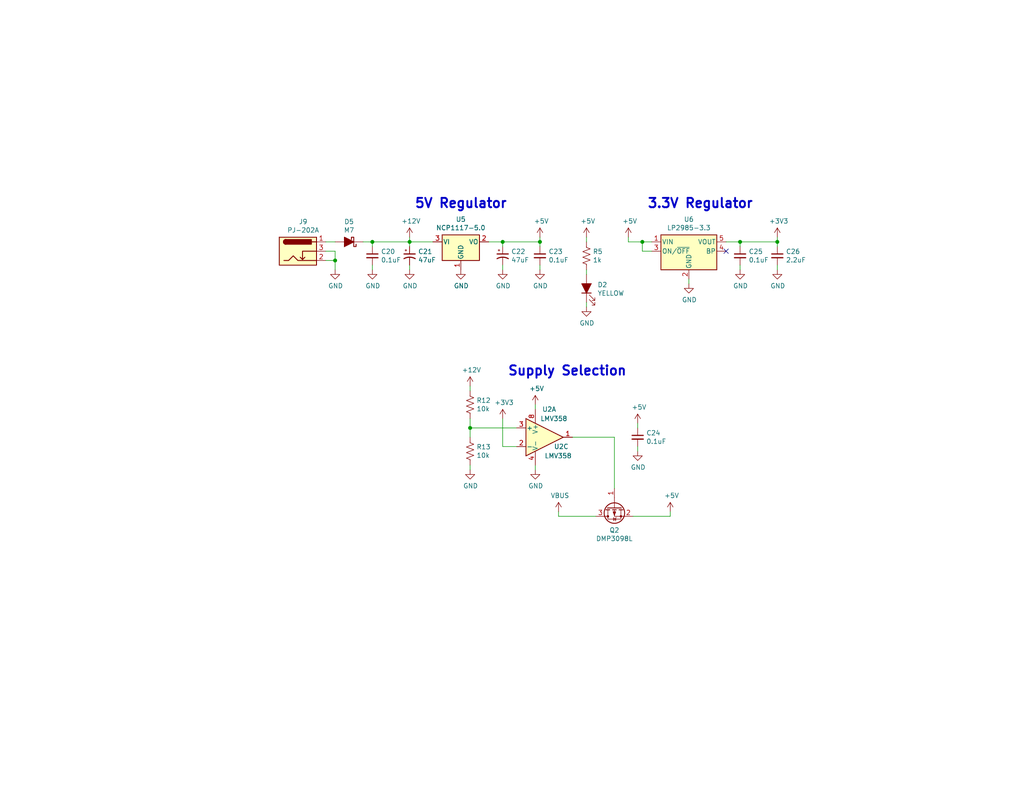
<source format=kicad_sch>
(kicad_sch (version 20210406) (generator eeschema)
  (paper "A")
  (title_block (date "2020-07-24") (rev "1.0.0") (company "FortyTwo Labs"))
  (lib_symbols
    (symbol "Amplifier_Operational:LMV358" (pin_names (offset 0.127))
      (property "Reference" "U" (at 0 5.08 0))
      (property "Value" "LMV358" (at 0 -5.08 0))
      (symbol "LMV358_1_1"
        (polyline (pts (xy -5.08 5.08) (xy 5.08 0) (xy -5.08 -5.08) (xy -5.08 5.08)) (stroke (width 0.254)) (fill (type background)))
        (pin output line (at 7.62 0 180) (length 2.54) (name "~") (number "1"))
        (pin input line (at -7.62 -2.54 0) (length 2.54) (name "-") (number "2"))
        (pin input line (at -7.62 2.54 0) (length 2.54) (name "+") (number "3"))
      )
      (symbol "LMV358_2_1"
        (polyline (pts (xy -5.08 5.08) (xy 5.08 0) (xy -5.08 -5.08) (xy -5.08 5.08)) (stroke (width 0.254)) (fill (type background)))
        (pin input line (at -7.62 2.54 0) (length 2.54) (name "+") (number "5"))
        (pin input line (at -7.62 -2.54 0) (length 2.54) (name "-") (number "6"))
        (pin output line (at 7.62 0 180) (length 2.54) (name "~") (number "7"))
      )
      (symbol "LMV358_3_1"
        (pin power_in line (at -2.54 -7.62 90) (length 3.81) (name "V-") (number "4"))
        (pin power_in line (at -2.54 7.62 270) (length 3.81) (name "V+") (number "8"))
      )
    )
    (symbol "Connector:Barrel_Jack_Switch" (pin_names hide)
      (property "Reference" "J" (at 0 5.334 0))
      (property "Value" "Barrel_Jack_Switch" (at 0 -5.08 0))
      (symbol "Barrel_Jack_Switch_0_1"
        (arc (start -3.302 3.175) (end -3.302 1.905) (radius (at -3.302 2.54) (length 0.635) (angles 90.1 -90.1)) (stroke (width 0.254)))
        (arc (start -3.302 3.175) (end -3.302 1.905) (radius (at -3.302 2.54) (length 0.635) (angles 90.1 -90.1)) (stroke (width 0.254)) (fill (type outline)))
        (rectangle (start 3.683 3.175) (end -3.302 1.905) (stroke (width 0.254)) (fill (type outline)))
        (rectangle (start -5.08 3.81) (end 5.08 -3.81) (stroke (width 0.254)) (fill (type background)))
        (polyline (pts (xy 1.27 -2.286) (xy 1.905 -1.651)) (stroke (width 0.254)))
        (polyline (pts (xy 5.08 2.54) (xy 3.81 2.54)) (stroke (width 0.254)))
        (polyline (pts (xy 5.08 0) (xy 1.27 0) (xy 1.27 -2.286) (xy 0.635 -1.651)) (stroke (width 0.254)))
        (polyline (pts (xy -3.81 -2.54) (xy -2.54 -2.54) (xy -1.27 -1.27) (xy 0 -2.54) (xy 2.54 -2.54) (xy 5.08 -2.54)) (stroke (width 0.254)))
      )
      (symbol "Barrel_Jack_Switch_1_1"
        (pin passive line (at 7.62 2.54 180) (length 2.54) (name "~") (number "1"))
        (pin passive line (at 7.62 -2.54 180) (length 2.54) (name "~") (number "2"))
        (pin passive line (at 7.62 0 180) (length 2.54) (name "~") (number "3"))
      )
    )
    (symbol "Device:C_Small" (pin_numbers hide) (pin_names (offset 0.254) hide)
      (property "Reference" "C" (at 0.254 1.778 0))
      (property "Value" "C_Small" (at 0.254 -2.032 0))
      (symbol "C_Small_0_1"
        (polyline (pts (xy -1.524 -0.508) (xy 1.524 -0.508)) (stroke (width 0.3302)))
        (polyline (pts (xy -1.524 0.508) (xy 1.524 0.508)) (stroke (width 0.3048)))
      )
      (symbol "C_Small_1_1"
        (pin passive line (at 0 2.54 270) (length 2.032) (name "~") (number "1"))
        (pin passive line (at 0 -2.54 90) (length 2.032) (name "~") (number "2"))
      )
    )
    (symbol "Device:Q_PMOS_GSD" (pin_names (offset 0) hide)
      (property "Reference" "Q" (at 5.08 1.27 0))
      (property "Value" "Q_PMOS_GSD" (at 5.08 -1.27 0))
      (symbol "Q_PMOS_GSD_0_1"
        (circle (center 1.651 0) (radius 2.794) (stroke (width 0.254)))
        (circle (center 2.54 -1.778) (radius 0.254) (fill (type outline)))
        (circle (center 2.54 1.778) (radius 0.254) (fill (type outline)))
        (polyline (pts (xy 0.254 0) (xy -2.54 0)))
        (polyline (pts (xy 0.254 1.905) (xy 0.254 -1.905)) (stroke (width 0.254)))
        (polyline (pts (xy 0.762 -1.27) (xy 0.762 -2.286)) (stroke (width 0.254)))
        (polyline (pts (xy 0.762 0.508) (xy 0.762 -0.508)) (stroke (width 0.254)))
        (polyline (pts (xy 0.762 2.286) (xy 0.762 1.27)) (stroke (width 0.254)))
        (polyline (pts (xy 2.54 2.54) (xy 2.54 1.778)))
        (polyline (pts (xy 2.54 -2.54) (xy 2.54 0) (xy 0.762 0)))
        (polyline (pts (xy 0.762 1.778) (xy 3.302 1.778) (xy 3.302 -1.778) (xy 0.762 -1.778)))
        (polyline (pts (xy 2.794 -0.508) (xy 2.921 -0.381) (xy 3.683 -0.381) (xy 3.81 -0.254)))
        (polyline (pts (xy 3.302 -0.381) (xy 2.921 0.254) (xy 3.683 0.254) (xy 3.302 -0.381)))
        (polyline (pts (xy 2.286 0) (xy 1.27 0.381) (xy 1.27 -0.381) (xy 2.286 0)) (fill (type outline)))
      )
      (symbol "Q_PMOS_GSD_1_1"
        (pin input line (at -5.08 0 0) (length 2.54) (name "G") (number "1"))
        (pin passive line (at 2.54 -5.08 90) (length 2.54) (name "S") (number "2"))
        (pin passive line (at 2.54 5.08 270) (length 2.54) (name "D") (number "3"))
      )
    )
    (symbol "Device:R_US" (pin_numbers hide) (pin_names (offset 0))
      (property "Reference" "R" (at 2.54 0 90))
      (property "Value" "R_US" (at -2.54 0 90))
      (symbol "R_US_0_1"
        (polyline (pts (xy 0 -2.286) (xy 0 -2.54)))
        (polyline (pts (xy 0 2.286) (xy 0 2.54)))
        (polyline (pts (xy 0 -0.762) (xy 1.016 -1.143) (xy 0 -1.524) (xy -1.016 -1.905) (xy 0 -2.286)))
        (polyline (pts (xy 0 0.762) (xy 1.016 0.381) (xy 0 0) (xy -1.016 -0.381) (xy 0 -0.762)))
        (polyline (pts (xy 0 2.286) (xy 1.016 1.905) (xy 0 1.524) (xy -1.016 1.143) (xy 0 0.762)))
      )
      (symbol "R_US_1_1"
        (pin passive line (at 0 3.81 270) (length 1.27) (name "~") (number "1"))
        (pin passive line (at 0 -3.81 90) (length 1.27) (name "~") (number "2"))
      )
    )
    (symbol "Mega-rescue:CP1_Small-Device" (pin_numbers hide) (pin_names (offset 0.254) hide)
      (property "Reference" "C" (at 0.254 1.778 0))
      (property "Value" "CP1_Small-Device" (at 0.254 -2.032 0))
      (symbol "CP1_Small-Device_0_1"
        (arc (start -1.524 -0.762) (end 1.524 -0.762) (radius (at 0 -3.556) (length 3.175) (angles 118.6 61.4)) (stroke (width 0.3048)))
        (polyline (pts (xy -1.524 0.508) (xy 1.524 0.508)) (stroke (width 0.3048)))
        (polyline (pts (xy -1.27 1.524) (xy -0.762 1.524)))
        (polyline (pts (xy -1.016 1.27) (xy -1.016 1.778)))
      )
      (symbol "CP1_Small-Device_1_1"
        (pin passive line (at 0 2.54 270) (length 2.032) (name "~") (number "1"))
        (pin passive line (at 0 -2.54 90) (length 2.032) (name "~") (number "2"))
      )
    )
    (symbol "Mega-rescue:D_Schottky_ALT-Device" (pin_numbers hide) (pin_names (offset 1.016) hide)
      (property "Reference" "D" (at 0 2.54 0))
      (property "Value" "D_Schottky_ALT-Device" (at 0 -2.54 0))
      (symbol "D_Schottky_ALT-Device_0_1"
        (polyline (pts (xy 1.27 0) (xy -1.27 0)))
        (polyline (pts (xy -1.905 0.635) (xy -1.905 1.27) (xy -1.27 1.27) (xy -1.27 -1.27) (xy -0.635 -1.27) (xy -0.635 -0.635)) (stroke (width 0.254)))
        (polyline (pts (xy 1.27 1.27) (xy 1.27 -1.27) (xy -1.27 0) (xy 1.27 1.27)) (stroke (width 0.254)) (fill (type outline)))
      )
      (symbol "D_Schottky_ALT-Device_1_1"
        (pin passive line (at -3.81 0 0) (length 2.54) (name "K") (number "1"))
        (pin passive line (at 3.81 0 180) (length 2.54) (name "A") (number "2"))
      )
    )
    (symbol "Mega-rescue:LED_ALT-Device" (pin_numbers hide) (pin_names (offset 1.016) hide)
      (property "Reference" "D" (at 0 2.54 0))
      (property "Value" "LED_ALT-Device" (at 0 -2.54 0))
      (symbol "LED_ALT-Device_0_1"
        (polyline (pts (xy -1.27 -1.27) (xy -1.27 1.27)) (stroke (width 0.254)))
        (polyline (pts (xy -1.27 0) (xy 1.27 0)))
        (polyline (pts (xy -3.048 -0.762) (xy -4.572 -2.286) (xy -3.81 -2.286) (xy -4.572 -2.286) (xy -4.572 -1.524)))
        (polyline (pts (xy -1.778 -0.762) (xy -3.302 -2.286) (xy -2.54 -2.286) (xy -3.302 -2.286) (xy -3.302 -1.524)))
        (polyline (pts (xy 1.27 -1.27) (xy 1.27 1.27) (xy -1.27 0) (xy 1.27 -1.27)) (stroke (width 0.254)) (fill (type outline)))
      )
      (symbol "LED_ALT-Device_1_1"
        (pin passive line (at -3.81 0 0) (length 2.54) (name "K") (number "1"))
        (pin passive line (at 3.81 0 180) (length 2.54) (name "A") (number "2"))
      )
    )
    (symbol "Regulator_Linear:LP2985-3.3" (pin_names (offset 0.254))
      (property "Reference" "U" (at -6.35 5.715 0))
      (property "Value" "LP2985-3.3" (at 0 5.715 0))
      (symbol "LP2985-3.3_0_1"
        (rectangle (start -7.62 -5.08) (end 7.62 4.445) (stroke (width 0.254)) (fill (type background)))
      )
      (symbol "LP2985-3.3_1_1"
        (pin power_in line (at -10.16 2.54 0) (length 2.54) (name "VIN") (number "1"))
        (pin power_in line (at 0 -7.62 90) (length 2.54) (name "GND") (number "2"))
        (pin input line (at -10.16 0 0) (length 2.54) (name "ON/~OFF~") (number "3"))
        (pin input line (at 10.16 0 180) (length 2.54) (name "BP") (number "4"))
        (pin power_out line (at 10.16 2.54 180) (length 2.54) (name "VOUT") (number "5"))
      )
    )
    (symbol "Regulator_Linear:NCP1117-5.0_SOT223" (pin_names (offset 0.254))
      (property "Reference" "U" (at -3.81 3.175 0))
      (property "Value" "NCP1117-5.0_SOT223" (at 0 3.175 0))
      (symbol "NCP1117-5.0_SOT223_0_1"
        (rectangle (start -5.08 -5.08) (end 5.08 1.905) (stroke (width 0.254)) (fill (type background)))
      )
      (symbol "NCP1117-5.0_SOT223_1_1"
        (pin power_in line (at 0 -7.62 90) (length 2.54) (name "GND") (number "1"))
        (pin power_out line (at 7.62 0 180) (length 2.54) (name "VO") (number "2"))
        (pin power_in line (at -7.62 0 0) (length 2.54) (name "VI") (number "3"))
      )
    )
    (symbol "power:+12V" (power) (pin_names (offset 0))
      (property "Value" "+12V" (at 0 3.556 0))
      (symbol "+12V_0_1"
        (polyline (pts (xy -0.762 1.27) (xy 0 2.54)))
        (polyline (pts (xy 0 0) (xy 0 2.54)))
        (polyline (pts (xy 0 2.54) (xy 0.762 1.27)))
      )
      (symbol "+12V_1_1"
        (pin power_in line (at 0 0 90) (length 0) hide (name "+12V") (number "1"))
      )
    )
    (symbol "power:+3.3V" (power) (pin_names (offset 0))
      (property "Value" "+3.3V" (at 0 3.556 0))
      (symbol "+3.3V_0_1"
        (polyline (pts (xy -0.762 1.27) (xy 0 2.54)))
        (polyline (pts (xy 0 0) (xy 0 2.54)))
        (polyline (pts (xy 0 2.54) (xy 0.762 1.27)))
      )
      (symbol "+3.3V_1_1"
        (pin power_in line (at 0 0 90) (length 0) hide (name "+3V3") (number "1"))
      )
    )
    (symbol "power:+5V" (power) (pin_names (offset 0))
      (property "Value" "+5V" (at 0 3.556 0))
      (symbol "+5V_0_1"
        (polyline (pts (xy -0.762 1.27) (xy 0 2.54)))
        (polyline (pts (xy 0 0) (xy 0 2.54)))
        (polyline (pts (xy 0 2.54) (xy 0.762 1.27)))
      )
      (symbol "+5V_1_1"
        (pin power_in line (at 0 0 90) (length 0) hide (name "+5V") (number "1"))
      )
    )
    (symbol "power:GND" (power) (pin_names (offset 0))
      (property "Value" "GND" (at 0 -3.81 0))
      (symbol "GND_0_1"
        (polyline (pts (xy 0 0) (xy 0 -1.27) (xy 1.27 -1.27) (xy 0 -2.54) (xy -1.27 -1.27) (xy 0 -1.27)))
      )
      (symbol "GND_1_1"
        (pin power_in line (at 0 0 270) (length 0) hide (name "GND") (number "1"))
      )
    )
    (symbol "power:VBUS" (power) (pin_names (offset 0))
      (property "Value" "VBUS" (at 0 3.81 0))
      (symbol "VBUS_0_1"
        (polyline (pts (xy -0.762 1.27) (xy 0 2.54)))
        (polyline (pts (xy 0 0) (xy 0 2.54)))
        (polyline (pts (xy 0 2.54) (xy 0.762 1.27)))
      )
      (symbol "VBUS_1_1"
        (pin power_in line (at 0 0 90) (length 0) hide (name "VBUS") (number "1"))
      )
    )
  )
  (junction (at 91.44 71.12) (diameter 0.9144))
  (junction (at 101.6 66.04) (diameter 0.9144))
  (junction (at 111.76 66.04) (diameter 0.9144))
  (junction (at 128.27 116.84) (diameter 0.9144))
  (junction (at 137.16 66.04) (diameter 0.9144))
  (junction (at 147.32 66.04) (diameter 0.9144))
  (junction (at 175.26 66.04) (diameter 0.9144))
  (junction (at 201.93 66.04) (diameter 0.9144))
  (junction (at 212.09 66.04) (diameter 0.9144))
  (no_connect (at 198.12 68.58))
  (wire (pts (xy 88.9 66.04) (xy 91.44 66.04)))
  (wire (pts (xy 88.9 68.58) (xy 91.44 68.58)))
  (wire (pts (xy 88.9 71.12) (xy 91.44 71.12)))
  (wire (pts (xy 91.44 68.58) (xy 91.44 71.12)))
  (wire (pts (xy 91.44 71.12) (xy 91.44 73.66)))
  (wire (pts (xy 99.06 66.04) (xy 101.6 66.04)))
  (wire (pts (xy 101.6 66.04) (xy 111.76 66.04)))
  (wire (pts (xy 101.6 67.31) (xy 101.6 66.04)))
  (wire (pts (xy 101.6 72.39) (xy 101.6 73.66)))
  (wire (pts (xy 111.76 64.77) (xy 111.76 66.04)))
  (wire (pts (xy 111.76 66.04) (xy 118.11 66.04)))
  (wire (pts (xy 111.76 67.31) (xy 111.76 66.04)))
  (wire (pts (xy 111.76 72.39) (xy 111.76 73.66)))
  (wire (pts (xy 128.27 106.68) (xy 128.27 105.41)))
  (wire (pts (xy 128.27 116.84) (xy 128.27 114.3)))
  (wire (pts (xy 128.27 116.84) (xy 128.27 119.38)))
  (wire (pts (xy 128.27 127) (xy 128.27 128.27)))
  (wire (pts (xy 133.35 66.04) (xy 137.16 66.04)))
  (wire (pts (xy 137.16 66.04) (xy 137.16 67.31)))
  (wire (pts (xy 137.16 66.04) (xy 147.32 66.04)))
  (wire (pts (xy 137.16 72.39) (xy 137.16 73.66)))
  (wire (pts (xy 137.16 121.92) (xy 137.16 114.3)))
  (wire (pts (xy 140.97 116.84) (xy 128.27 116.84)))
  (wire (pts (xy 140.97 121.92) (xy 137.16 121.92)))
  (wire (pts (xy 146.05 111.76) (xy 146.05 110.49)))
  (wire (pts (xy 146.05 127) (xy 146.05 128.27)))
  (wire (pts (xy 147.32 64.77) (xy 147.32 66.04)))
  (wire (pts (xy 147.32 66.04) (xy 147.32 67.31)))
  (wire (pts (xy 147.32 72.39) (xy 147.32 73.66)))
  (wire (pts (xy 152.4 140.97) (xy 152.4 139.7)))
  (wire (pts (xy 156.21 119.38) (xy 167.64 119.38)))
  (wire (pts (xy 160.02 66.04) (xy 160.02 64.77)))
  (wire (pts (xy 160.02 74.93) (xy 160.02 73.66)))
  (wire (pts (xy 160.02 83.82) (xy 160.02 82.55)))
  (wire (pts (xy 162.56 140.97) (xy 152.4 140.97)))
  (wire (pts (xy 167.64 119.38) (xy 167.64 133.35)))
  (wire (pts (xy 171.45 66.04) (xy 171.45 64.77)))
  (wire (pts (xy 172.72 140.97) (xy 182.88 140.97)))
  (wire (pts (xy 173.99 116.84) (xy 173.99 115.57)))
  (wire (pts (xy 173.99 121.92) (xy 173.99 123.19)))
  (wire (pts (xy 175.26 66.04) (xy 171.45 66.04)))
  (wire (pts (xy 175.26 66.04) (xy 177.8 66.04)))
  (wire (pts (xy 175.26 68.58) (xy 175.26 66.04)))
  (wire (pts (xy 177.8 68.58) (xy 175.26 68.58)))
  (wire (pts (xy 182.88 140.97) (xy 182.88 139.7)))
  (wire (pts (xy 187.96 76.2) (xy 187.96 77.47)))
  (wire (pts (xy 198.12 66.04) (xy 201.93 66.04)))
  (wire (pts (xy 201.93 66.04) (xy 201.93 67.31)))
  (wire (pts (xy 201.93 66.04) (xy 212.09 66.04)))
  (wire (pts (xy 201.93 73.66) (xy 201.93 72.39)))
  (wire (pts (xy 212.09 66.04) (xy 212.09 64.77)))
  (wire (pts (xy 212.09 66.04) (xy 212.09 67.31)))
  (wire (pts (xy 212.09 72.39) (xy 212.09 73.66)))
  (text "5V Regulator" (at 113.03 57.15 0) (effects (font (size 2.54 2.54) (thickness 0.508) bold) (justify left bottom)))
  (text "Supply Selection" (at 138.43 102.87 0) (effects (font (size 2.54 2.54) (thickness 0.508) bold) (justify left bottom)))
  (text "3.3V Regulator" (at 176.53 57.15 0) (effects (font (size 2.54 2.54) (thickness 0.508) bold) (justify left bottom)))
  (symbol (lib_id "power:+12V") (at 111.76 64.77 0) (unit 1)
    (property "Reference" "#PWR038" (effects hide))
    (property "Value" "+12V" (at 112.141 60.3758 0))
  )
  (symbol (lib_id "power:+12V") (at 128.27 105.41 0) (unit 1)
    (property "Reference" "#PWR041" (effects hide))
    (property "Value" "+12V" (at 128.651 101.0158 0))
  )
  (symbol (lib_id "power:+3.3V") (at 137.16 114.3 0) (unit 1)
    (property "Reference" "#PWR044" (effects hide))
    (property "Value" "+3.3V" (at 137.541 109.9058 0))
  )
  (symbol (lib_id "power:+5V") (at 146.05 110.49 0) (unit 1)
    (property "Reference" "#PWR045" (effects hide))
    (property "Value" "+5V" (at 146.431 106.0958 0))
  )
  (symbol (lib_id "power:+5V") (at 147.32 64.77 0) (unit 1)
    (property "Reference" "#PWR047" (effects hide))
    (property "Value" "+5V" (at 147.701 60.3758 0))
  )
  (symbol (lib_id "power:VBUS") (at 152.4 139.7 0) (unit 1)
    (property "Reference" "#PWR049" (effects hide))
    (property "Value" "VBUS" (at 152.781 135.3058 0))
  )
  (symbol (lib_id "power:+5V") (at 160.02 64.77 0) (unit 1)
    (property "Reference" "#PWR065" (effects hide))
    (property "Value" "+5V" (at 160.401 60.3758 0))
  )
  (symbol (lib_id "power:+5V") (at 171.45 64.77 0) (unit 1)
    (property "Reference" "#PWR050" (effects hide))
    (property "Value" "+5V" (at 171.831 60.3758 0))
  )
  (symbol (lib_id "power:+5V") (at 173.99 115.57 0) (unit 1)
    (property "Reference" "#PWR051" (effects hide))
    (property "Value" "+5V" (at 174.371 111.1758 0))
  )
  (symbol (lib_id "power:+5V") (at 182.88 139.7 0) (unit 1)
    (property "Reference" "#PWR053" (effects hide))
    (property "Value" "+5V" (at 183.261 135.3058 0))
  )
  (symbol (lib_id "power:+3.3V") (at 212.09 64.77 0) (unit 1)
    (property "Reference" "#PWR056" (effects hide))
    (property "Value" "+3.3V" (at 212.471 60.3758 0))
  )
  (symbol (lib_id "power:GND") (at 91.44 73.66 0) (unit 1)
    (property "Reference" "#PWR036" (effects hide))
    (property "Value" "GND" (at 91.567 78.0542 0))
  )
  (symbol (lib_id "power:GND") (at 101.6 73.66 0) (unit 1)
    (property "Reference" "#PWR037" (effects hide))
    (property "Value" "GND" (at 101.727 78.0542 0))
  )
  (symbol (lib_id "power:GND") (at 111.76 73.66 0) (unit 1)
    (property "Reference" "#PWR039" (effects hide))
    (property "Value" "GND" (at 111.887 78.0542 0))
  )
  (symbol (lib_id "power:GND") (at 125.73 73.66 0) (unit 1)
    (property "Reference" "#PWR040" (effects hide))
    (property "Value" "GND" (at 125.857 78.0542 0))
  )
  (symbol (lib_id "power:GND") (at 128.27 128.27 0) (unit 1)
    (property "Reference" "#PWR042" (effects hide))
    (property "Value" "GND" (at 128.397 132.6642 0))
  )
  (symbol (lib_id "power:GND") (at 137.16 73.66 0) (unit 1)
    (property "Reference" "#PWR043" (effects hide))
    (property "Value" "GND" (at 137.287 78.0542 0))
  )
  (symbol (lib_id "power:GND") (at 146.05 128.27 0) (unit 1)
    (property "Reference" "#PWR046" (effects hide))
    (property "Value" "GND" (at 146.177 132.6642 0))
  )
  (symbol (lib_id "power:GND") (at 147.32 73.66 0) (unit 1)
    (property "Reference" "#PWR048" (effects hide))
    (property "Value" "GND" (at 147.447 78.0542 0))
  )
  (symbol (lib_id "power:GND") (at 160.02 83.82 0) (unit 1)
    (property "Reference" "#PWR066" (effects hide))
    (property "Value" "GND" (at 160.147 88.2142 0))
  )
  (symbol (lib_id "power:GND") (at 173.99 123.19 0) (unit 1)
    (property "Reference" "#PWR052" (effects hide))
    (property "Value" "GND" (at 174.117 127.5842 0))
  )
  (symbol (lib_id "power:GND") (at 187.96 77.47 0) (unit 1)
    (property "Reference" "#PWR054" (effects hide))
    (property "Value" "GND" (at 188.087 81.8642 0))
  )
  (symbol (lib_id "power:GND") (at 201.93 73.66 0) (unit 1)
    (property "Reference" "#PWR055" (effects hide))
    (property "Value" "GND" (at 202.057 78.0542 0))
  )
  (symbol (lib_id "power:GND") (at 212.09 73.66 0) (unit 1)
    (property "Reference" "#PWR057" (effects hide))
    (property "Value" "GND" (at 212.217 78.0542 0))
  )
  (symbol (lib_id "Amplifier_Operational:LMV358") (at 148.59 119.38 0) (unit 3)
    (property "Reference" "U2" (at 151.13 121.92 0) (effects (justify left)))
    (property "Value" "LMV358" (at 148.59 124.46 0) (effects (justify left)))
    (property "Footprint" "Package_SO:VSSOP-8_3.0x3.0mm_P0.65mm" (effects hide))
    (property "Datasheet" "http://www.ti.com/lit/ds/symlink/lmv324.pdf" (effects hide))
  )
  (symbol (lib_id "Device:R_US") (at 128.27 110.49 0) (unit 1)
    (property "Reference" "R12" (at 129.9972 109.3216 0) (effects (justify left)))
    (property "Value" "10k" (at 129.9972 111.633 0) (effects (justify left)))
    (property "Footprint" "Resistor_SMD:R_0603_1608Metric" (effects hide))
  )
  (symbol (lib_id "Device:R_US") (at 128.27 123.19 0) (unit 1)
    (property "Reference" "R13" (at 129.9972 122.0216 0) (effects (justify left)))
    (property "Value" "10k" (at 129.9972 124.333 0) (effects (justify left)))
    (property "Footprint" "Resistor_SMD:R_0603_1608Metric" (effects hide))
  )
  (symbol (lib_id "Device:R_US") (at 160.02 69.85 0) (unit 1)
    (property "Reference" "R5" (at 161.7472 68.6816 0) (effects (justify left)))
    (property "Value" "1k" (at 161.7472 70.993 0) (effects (justify left)))
    (property "Footprint" "Resistor_SMD:R_0603_1608Metric" (effects hide))
  )
  (symbol (lib_id "Mega-rescue:CP1_Small-Device") (at 111.76 69.85 0)
    (property "Reference" "C21" (at 114.0714 68.6816 0) (effects (justify left)))
    (property "Value" "47uF" (at 114.0714 70.993 0) (effects (justify left)))
    (property "Footprint" "Capacitor_SMD:CP_Elec_6.3x5.4" (effects hide))
  )
  (symbol (lib_id "Mega-rescue:CP1_Small-Device") (at 137.16 69.85 0)
    (property "Reference" "C22" (at 139.4714 68.6816 0) (effects (justify left)))
    (property "Value" "47uF" (at 139.4714 70.993 0) (effects (justify left)))
    (property "Footprint" "Capacitor_SMD:CP_Elec_6.3x5.4" (effects hide))
  )
  (symbol (lib_id "Device:C_Small") (at 101.6 69.85 0) (unit 1)
    (property "Reference" "C20" (at 103.9368 68.6816 0) (effects (justify left)))
    (property "Value" "0.1uF" (at 103.9368 70.993 0) (effects (justify left)))
    (property "Footprint" "Capacitor_SMD:C_0603_1608Metric" (effects hide))
  )
  (symbol (lib_id "Device:C_Small") (at 147.32 69.85 0) (unit 1)
    (property "Reference" "C23" (at 149.6568 68.6816 0) (effects (justify left)))
    (property "Value" "0.1uF" (at 149.6568 70.993 0) (effects (justify left)))
    (property "Footprint" "Capacitor_SMD:C_0603_1608Metric" (effects hide))
  )
  (symbol (lib_id "Device:C_Small") (at 173.99 119.38 0) (unit 1)
    (property "Reference" "C24" (at 176.3268 118.2116 0) (effects (justify left)))
    (property "Value" "0.1uF" (at 176.3268 120.523 0) (effects (justify left)))
    (property "Footprint" "Capacitor_SMD:C_0603_1608Metric" (effects hide))
  )
  (symbol (lib_id "Device:C_Small") (at 201.93 69.85 0) (unit 1)
    (property "Reference" "C25" (at 204.2668 68.6816 0) (effects (justify left)))
    (property "Value" "0.1uF" (at 204.2668 70.993 0) (effects (justify left)))
    (property "Footprint" "Capacitor_SMD:C_0603_1608Metric" (effects hide))
  )
  (symbol (lib_id "Device:C_Small") (at 212.09 69.85 0) (unit 1)
    (property "Reference" "C26" (at 214.4268 68.6816 0) (effects (justify left)))
    (property "Value" "2.2uF" (at 214.4268 70.993 0) (effects (justify left)))
    (property "Footprint" "Capacitor_SMD:C_0805_2012Metric" (effects hide))
  )
  (symbol (lib_id "Mega-rescue:D_Schottky_ALT-Device") (at 95.25 66.04 180)
    (property "Reference" "D5" (at 95.25 60.5282 0))
    (property "Value" "M7" (at 95.25 62.8396 0))
    (property "Footprint" "Diode_SMD:D_SMA" (effects hide))
  )
  (symbol (lib_id "Mega-rescue:LED_ALT-Device") (at 160.02 78.74 90)
    (property "Reference" "D2" (at 163.0172 77.7494 90) (effects (justify right)))
    (property "Value" "YELLOW" (at 163.0172 80.0608 90) (effects (justify right)))
    (property "Footprint" "LED_SMD:LED_0603_1608Metric" (effects hide))
  )
  (symbol (lib_id "Connector:Barrel_Jack_Switch") (at 81.28 68.58 0) (unit 1)
    (property "Reference" "J9" (at 82.7278 60.5282 0))
    (property "Value" "PJ-202A" (at 82.7278 62.8396 0))
    (property "Footprint" "FortyTwoLabs:Barrel-Jack-PJ-202A" (effects hide))
  )
  (symbol (lib_id "Device:Q_PMOS_GSD") (at 167.64 138.43 90) (mirror x) (unit 1)
    (property "Reference" "Q2" (at 167.64 144.7546 90))
    (property "Value" "DMP3098L" (at 167.64 147.066 90))
    (property "Footprint" "Package_TO_SOT_SMD:SOT-23" (effects hide))
  )
  (symbol (lib_id "Regulator_Linear:NCP1117-5.0_SOT223") (at 125.73 66.04 0) (unit 1)
    (property "Reference" "U5" (at 125.73 59.8932 0))
    (property "Value" "NCP1117-5.0" (at 125.73 62.2046 0))
    (property "Footprint" "Package_TO_SOT_SMD:SOT-223-3_TabPin2" (effects hide))
    (property "Datasheet" "http://www.onsemi.com/pub_link/Collateral/NCP1117-D.PDF" (effects hide))
  )
  (symbol (lib_id "Amplifier_Operational:LMV358") (at 148.59 119.38 0) (unit 1)
    (property "Reference" "U2" (at 149.86 111.76 0))
    (property "Value" "LMV358" (at 151.13 114.3 0))
    (property "Footprint" "Package_SO:VSSOP-8_3.0x3.0mm_P0.65mm" (effects hide))
    (property "Datasheet" "http://www.ti.com/lit/ds/symlink/lmv324.pdf" (effects hide))
  )
  (symbol (lib_id "Regulator_Linear:LP2985-3.3") (at 187.96 68.58 0) (unit 1)
    (property "Reference" "U6" (at 187.96 59.8932 0))
    (property "Value" "LP2985-3.3" (at 187.96 62.2046 0))
    (property "Footprint" "Package_TO_SOT_SMD:SOT-23-5" (effects hide))
    (property "Datasheet" "http://www.ti.com/lit/ds/symlink/lp2985.pdf" (effects hide))
  )
)
</source>
